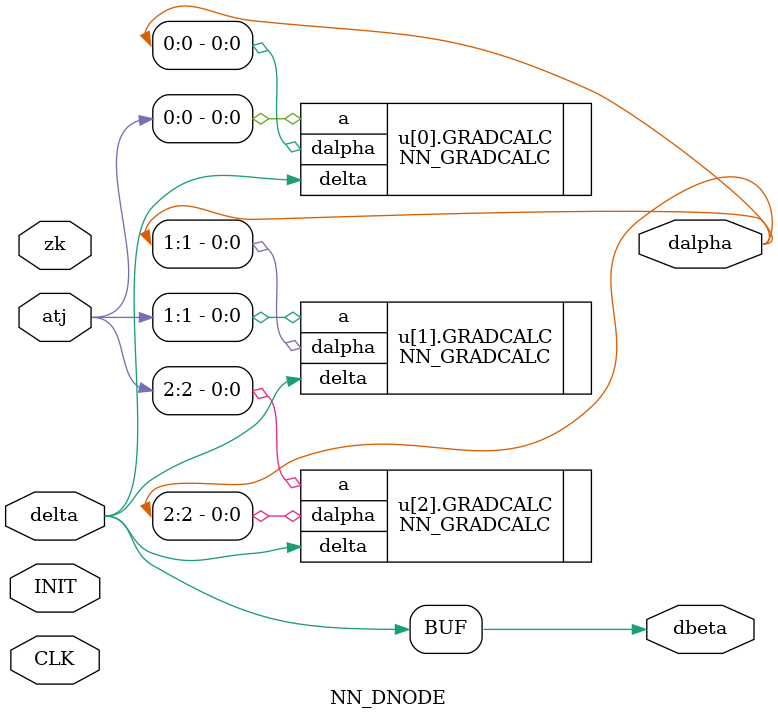
<source format=v>


module NN_DNODE(delta,atj,zk,dalpha,dbeta,CLK,INIT);

parameter NB = 16;
parameter NN = 3;
parameter MEMSIZE = 6;

input CLK,INIT;
input [NN-1:0] atj; // ouput of jth node for each node in previous layer
input zk; // input to kth output node
input delta;

output [NN-1:0] dalpha; // output gradients of alpha transition weight (dC/dalpha)
output dbeta; // output gradients of alpha transition weight (dC/dbeta)

wire delta; // derivative of cost function wrt output state input z (dC/dzk)

genvar n;
generate 
	for (n=0; n<NN;n=n+1) begin : u
		NN_GRADCALC GRADCALC (.delta(delta),.a(atj[n]),.dalpha(dalpha[n]));
	end
endgenerate

assign dbeta = delta;

endmodule
</source>
